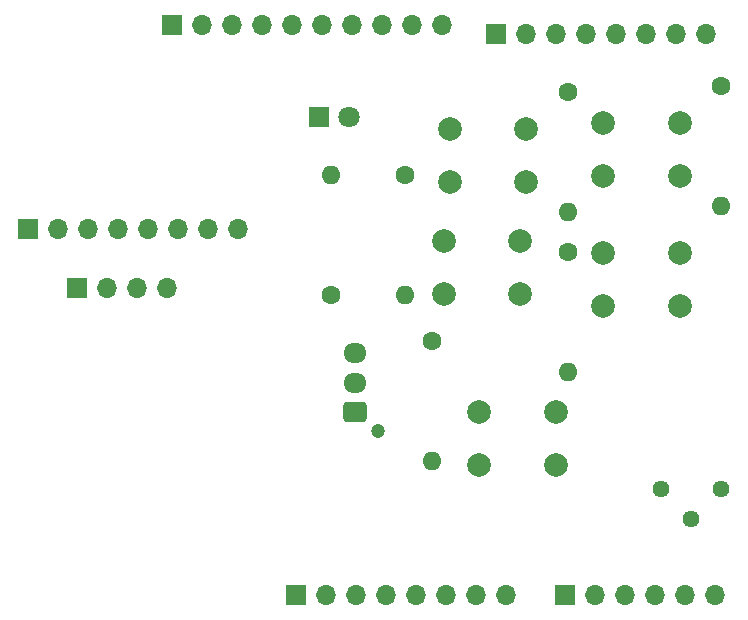
<source format=gbr>
%TF.GenerationSoftware,KiCad,Pcbnew,8.0.8*%
%TF.CreationDate,2025-02-03T16:01:42-07:00*%
%TF.ProjectId,MicroProcess_PhaseB_thermo_uno,4d696372-6f50-4726-9f63-6573735f5068,rev?*%
%TF.SameCoordinates,Original*%
%TF.FileFunction,Soldermask,Bot*%
%TF.FilePolarity,Negative*%
%FSLAX46Y46*%
G04 Gerber Fmt 4.6, Leading zero omitted, Abs format (unit mm)*
G04 Created by KiCad (PCBNEW 8.0.8) date 2025-02-03 16:01:42*
%MOMM*%
%LPD*%
G01*
G04 APERTURE LIST*
G04 Aperture macros list*
%AMRoundRect*
0 Rectangle with rounded corners*
0 $1 Rounding radius*
0 $2 $3 $4 $5 $6 $7 $8 $9 X,Y pos of 4 corners*
0 Add a 4 corners polygon primitive as box body*
4,1,4,$2,$3,$4,$5,$6,$7,$8,$9,$2,$3,0*
0 Add four circle primitives for the rounded corners*
1,1,$1+$1,$2,$3*
1,1,$1+$1,$4,$5*
1,1,$1+$1,$6,$7*
1,1,$1+$1,$8,$9*
0 Add four rect primitives between the rounded corners*
20,1,$1+$1,$2,$3,$4,$5,0*
20,1,$1+$1,$4,$5,$6,$7,0*
20,1,$1+$1,$6,$7,$8,$9,0*
20,1,$1+$1,$8,$9,$2,$3,0*%
G04 Aperture macros list end*
%ADD10R,1.700000X1.700000*%
%ADD11O,1.700000X1.700000*%
%ADD12R,1.800000X1.800000*%
%ADD13C,1.800000*%
%ADD14C,1.200000*%
%ADD15RoundRect,0.250000X0.725000X-0.600000X0.725000X0.600000X-0.725000X0.600000X-0.725000X-0.600000X0*%
%ADD16O,1.950000X1.700000*%
%ADD17C,2.000000*%
%ADD18C,1.600000*%
%ADD19O,1.600000X1.600000*%
%ADD20C,1.440000*%
G04 APERTURE END LIST*
D10*
%TO.C,J1*%
X128000000Y-97500000D03*
D11*
X130540000Y-97500000D03*
X133080000Y-97500000D03*
X135620000Y-97500000D03*
X138160000Y-97500000D03*
X140700000Y-97500000D03*
X143240000Y-97500000D03*
X145780000Y-97500000D03*
%TD*%
D10*
%TO.C,J3*%
X150800000Y-97460000D03*
D11*
X153340000Y-97460000D03*
X155880000Y-97460000D03*
X158420000Y-97460000D03*
X160960000Y-97460000D03*
X163500000Y-97460000D03*
%TD*%
D10*
%TO.C,J2*%
X117500000Y-49200000D03*
D11*
X120040000Y-49200000D03*
X122580000Y-49200000D03*
X125120000Y-49200000D03*
X127660000Y-49200000D03*
X130200000Y-49200000D03*
X132740000Y-49200000D03*
X135280000Y-49200000D03*
X137820000Y-49200000D03*
X140360000Y-49200000D03*
%TD*%
D10*
%TO.C,J4*%
X144960000Y-50000000D03*
D11*
X147500000Y-50000000D03*
X150040000Y-50000000D03*
X152580000Y-50000000D03*
X155120000Y-50000000D03*
X157660000Y-50000000D03*
X160200000Y-50000000D03*
X162740000Y-50000000D03*
%TD*%
D10*
%TO.C,J7*%
X109500000Y-71500000D03*
D11*
X112040000Y-71500000D03*
X114580000Y-71500000D03*
X117120000Y-71500000D03*
%TD*%
D12*
%TO.C,D1*%
X129960000Y-57000000D03*
D13*
X132500000Y-57000000D03*
%TD*%
D14*
%TO.C,J6*%
X134975000Y-83600000D03*
D15*
X132975000Y-82000000D03*
D16*
X132975000Y-79500000D03*
X132975000Y-77000000D03*
%TD*%
D17*
%TO.C,SW3*%
X140500000Y-67500000D03*
X147000000Y-67500000D03*
X140500000Y-72000000D03*
X147000000Y-72000000D03*
%TD*%
D18*
%TO.C,R1*%
X164000000Y-54420000D03*
D19*
X164000000Y-64580000D03*
%TD*%
D17*
%TO.C,SW5*%
X143500000Y-82000000D03*
X150000000Y-82000000D03*
X143500000Y-86500000D03*
X150000000Y-86500000D03*
%TD*%
%TO.C,SW1*%
X154000000Y-57500000D03*
X160500000Y-57500000D03*
X154000000Y-62000000D03*
X160500000Y-62000000D03*
%TD*%
%TO.C,SW2*%
X141000000Y-58000000D03*
X147500000Y-58000000D03*
X141000000Y-62500000D03*
X147500000Y-62500000D03*
%TD*%
D18*
%TO.C,R3*%
X137210000Y-61890000D03*
D19*
X137210000Y-72050000D03*
%TD*%
D18*
%TO.C,R4*%
X151000000Y-68420000D03*
D19*
X151000000Y-78580000D03*
%TD*%
D10*
%TO.C,J5*%
X105300000Y-66500000D03*
D11*
X107840000Y-66500000D03*
X110380000Y-66500000D03*
X112920000Y-66500000D03*
X115460000Y-66500000D03*
X118000000Y-66500000D03*
X120540000Y-66500000D03*
X123080000Y-66500000D03*
%TD*%
D18*
%TO.C,R6*%
X131000000Y-72080000D03*
D19*
X131000000Y-61920000D03*
%TD*%
D20*
%TO.C,RV1*%
X158920000Y-88500000D03*
X161460000Y-91040000D03*
X164000000Y-88500000D03*
%TD*%
D18*
%TO.C,R2*%
X151000000Y-54920000D03*
D19*
X151000000Y-65080000D03*
%TD*%
D17*
%TO.C,SW4*%
X154000000Y-68500000D03*
X160500000Y-68500000D03*
X154000000Y-73000000D03*
X160500000Y-73000000D03*
%TD*%
D18*
%TO.C,R5*%
X139500000Y-76000000D03*
D19*
X139500000Y-86160000D03*
%TD*%
M02*

</source>
